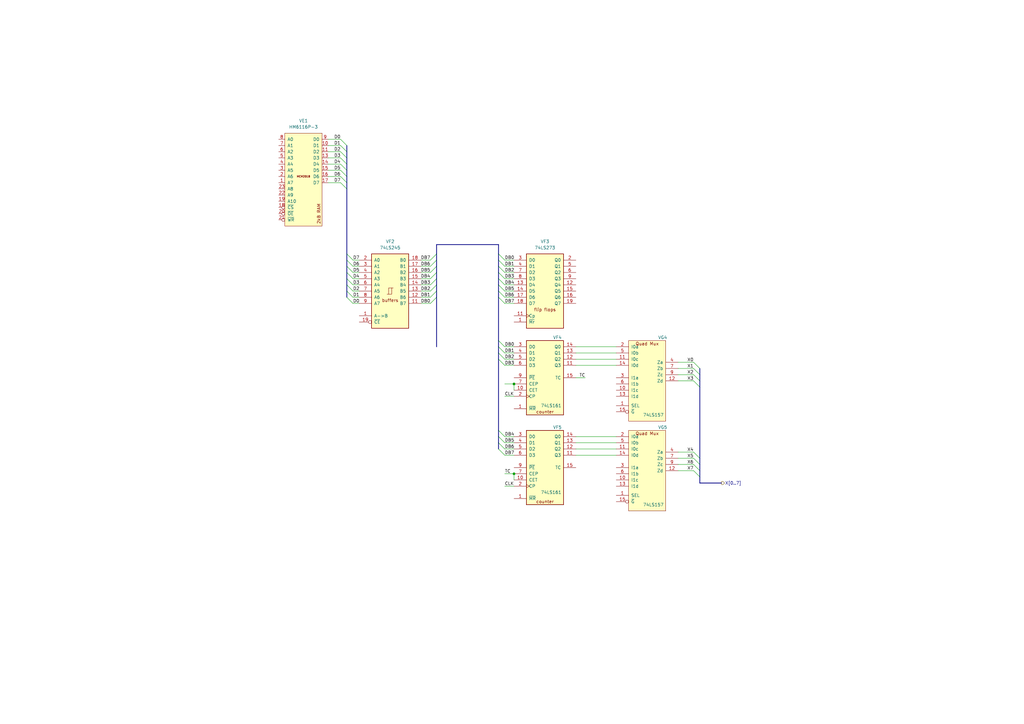
<source format=kicad_sch>
(kicad_sch (version 20231120) (generator "eeschema") (generator_version "8.0")
  (paper "A3")
  (title_block (date "2024-10-12") (company "JOTEGO") (comment 1 "Jose Tejada"))
  (lib_symbols
    (symbol "arcade:HM6116P-3" (pin_names (offset 1.016))
      (property "Reference" "U" (at 0 21.59 0))
      (property "Value" "HM6116P-3" (at 1.27 19.05 0))
      (symbol "HM6116P-3_0_0"
        (text "2kB RAM" (at 6.35 -15.24 900) (effects (font (size 1.27 1.27))))
        (text "MCM2018" (at 0 0 0) (effects (font (size 0.762 0.762))))
      )
      (symbol "HM6116P-3_0_1"
        (rectangle (start -7.62 17.78) (end 7.62 -20.32) (fill (type background)))
      )
      (symbol "HM6116P-3_1_1"
        (pin input line (at -10.16 -2.54 0) (length 2.54) (name "A7") (number "1"))
        (pin tri_state line (at 10.16 12.7 180) (length 2.54) (name "D1") (number "10"))
        (pin tri_state line (at 10.16 10.16 180) (length 2.54) (name "D2") (number "11"))
        (pin power_in line (at 0 -20.32 90) (length 5.08) hide (name "VSS") (number "12"))
        (pin tri_state line (at 10.16 7.62 180) (length 2.54) (name "D3") (number "13"))
        (pin tri_state line (at 10.16 5.08 180) (length 2.54) (name "D4") (number "14"))
        (pin tri_state line (at 10.16 2.54 180) (length 2.54) (name "D5") (number "15"))
        (pin tri_state line (at 10.16 0 180) (length 2.54) (name "D6") (number "16"))
        (pin tri_state line (at 10.16 -2.54 180) (length 2.54) (name "D7") (number "17"))
        (pin input inverted (at -10.16 -12.7 0) (length 2.54) (name "~{CS}") (number "18"))
        (pin input line (at -10.16 -10.16 0) (length 2.54) (name "A10") (number "19"))
        (pin input line (at -10.16 0 0) (length 2.54) (name "A6") (number "2"))
        (pin input inverted (at -10.16 -15.24 0) (length 2.54) (name "~{OE}") (number "20"))
        (pin input inverted (at -10.16 -17.78 0) (length 2.54) (name "~{WR}") (number "21"))
        (pin input line (at -10.16 -7.62 0) (length 2.54) (name "A9") (number "22"))
        (pin input line (at -10.16 -5.08 0) (length 2.54) (name "A8") (number "23"))
        (pin power_in line (at 0 17.78 270) (length 5.08) hide (name "VCC") (number "24"))
        (pin input line (at -10.16 2.54 0) (length 2.54) (name "A5") (number "3"))
        (pin input line (at -10.16 5.08 0) (length 2.54) (name "A4") (number "4"))
        (pin input line (at -10.16 7.62 0) (length 2.54) (name "A3") (number "5"))
        (pin input line (at -10.16 10.16 0) (length 2.54) (name "A2") (number "6"))
        (pin input line (at -10.16 12.7 0) (length 2.54) (name "A1") (number "7"))
        (pin input line (at -10.16 15.24 0) (length 2.54) (name "A0") (number "8"))
        (pin tri_state line (at 10.16 15.24 180) (length 2.54) (name "D0") (number "9"))
      )
    )
    (symbol "jt74:74LS157" (pin_names (offset 1.016))
      (property "Reference" "U" (at 5.08 16.51 0))
      (property "Value" "74LS157" (at 0 -16.51 0))
      (symbol "74LS157_0_0"
        (text "Quad Mux" (at 0 13.97 0) (effects (font (size 1.27 1.27))))
      )
      (symbol "74LS157_1_0"
        (pin input line (at -12.7 -11.43 0) (length 5.08) (name "SEL") (number "1"))
        (pin input line (at -12.7 -5.08 0) (length 5.08) (name "I1c") (number "10"))
        (pin input line (at -12.7 7.62 0) (length 5.08) (name "I0c") (number "11"))
        (pin output line (at 12.7 -1.27 180) (length 5.08) (name "Zd") (number "12"))
        (pin input line (at -12.7 -7.62 0) (length 5.08) (name "I1d") (number "13"))
        (pin input line (at -12.7 5.08 0) (length 5.08) (name "I0d") (number "14"))
        (pin input inverted (at -12.7 -13.97 0) (length 5.08) (name "~{G}") (number "15"))
        (pin input line (at -12.7 12.7 0) (length 5.08) (name "I0a") (number "2"))
        (pin input line (at -12.7 0 0) (length 5.08) (name "I1a") (number "3"))
        (pin output line (at 12.7 6.35 180) (length 5.08) (name "Za") (number "4"))
        (pin input line (at -12.7 10.16 0) (length 5.08) (name "I0b") (number "5"))
        (pin input line (at -12.7 -2.54 0) (length 5.08) (name "I1b") (number "6"))
        (pin output line (at 12.7 3.81 180) (length 5.08) (name "Zb") (number "7"))
        (pin output line (at 12.7 1.27 180) (length 5.08) (name "Zc") (number "9"))
      )
      (symbol "74LS157_1_1"
        (rectangle (start -7.62 15.24) (end 7.62 -17.78) (fill (type background)))
      )
    )
    (symbol "jt74:74LS161" (pin_names (offset 1.016))
      (property "Reference" "U" (at -7.62 16.51 0))
      (property "Value" "74LS161" (at -7.62 -16.51 0))
      (symbol "74LS161_0_0"
        (text "counter" (at 0 -13.97 0) (effects (font (size 1.27 1.27))))
      )
      (symbol "74LS161_0_2"
        (rectangle (start -7.62 15.24) (end 7.62 -15.24) (fill (type background)))
      )
      (symbol "74LS161_1_0"
        (pin input line (at -12.7 -12.7 0) (length 5.08) (name "~{MR}") (number "1"))
        (pin input line (at -12.7 -5.08 0) (length 5.08) (name "CET") (number "10"))
        (pin output line (at 12.7 5.08 180) (length 5.08) (name "Q3") (number "11"))
        (pin output line (at 12.7 7.62 180) (length 5.08) (name "Q2") (number "12"))
        (pin output line (at 12.7 10.16 180) (length 5.08) (name "Q1") (number "13"))
        (pin output line (at 12.7 12.7 180) (length 5.08) (name "Q0") (number "14"))
        (pin output line (at 12.7 0 180) (length 5.08) (name "TC") (number "15"))
        (pin input clock (at -12.7 -7.62 0) (length 5.08) (name "CP") (number "2"))
        (pin input line (at -12.7 12.7 0) (length 5.08) (name "D0") (number "3"))
        (pin input line (at -12.7 10.16 0) (length 5.08) (name "D1") (number "4"))
        (pin input line (at -12.7 7.62 0) (length 5.08) (name "D2") (number "5"))
        (pin input line (at -12.7 5.08 0) (length 5.08) (name "D3") (number "6"))
        (pin input line (at -12.7 -2.54 0) (length 5.08) (name "CEP") (number "7"))
        (pin input line (at -12.7 0 0) (length 5.08) (name "~{PE}") (number "9"))
      )
      (symbol "74LS161_1_1"
        (rectangle (start -7.62 15.24) (end 7.62 -15.24) (stroke (width 0.254)) (fill (type background)))
      )
    )
    (symbol "jt74:74LS245" (pin_names (offset 1.016))
      (property "Reference" "U" (at -7.62 16.51 0))
      (property "Value" "74LS245" (at 2.54 -13.97 0))
      (symbol "74LS245_0_0"
        (text "buffers" (at 0 -3.81 0) (effects (font (size 1.27 1.27))))
      )
      (symbol "74LS245_1_0"
        (polyline (pts (xy -0.635 -1.27) (xy -0.635 1.27) (xy 0.635 1.27)))
        (polyline (pts (xy -1.27 -1.27) (xy 0.635 -1.27) (xy 0.635 1.27) (xy 1.27 1.27)))
        (pin input line (at -12.7 -10.16 0) (length 5.08) (name "A->B") (number "1"))
        (pin tri_state line (at 12.7 -5.08 180) (length 5.08) (name "B7") (number "11"))
        (pin tri_state line (at 12.7 -2.54 180) (length 5.08) (name "B6") (number "12"))
        (pin tri_state line (at 12.7 0 180) (length 5.08) (name "B5") (number "13"))
        (pin tri_state line (at 12.7 2.54 180) (length 5.08) (name "B4") (number "14"))
        (pin tri_state line (at 12.7 5.08 180) (length 5.08) (name "B3") (number "15"))
        (pin tri_state line (at 12.7 7.62 180) (length 5.08) (name "B2") (number "16"))
        (pin tri_state line (at 12.7 10.16 180) (length 5.08) (name "B1") (number "17"))
        (pin tri_state line (at 12.7 12.7 180) (length 5.08) (name "B0") (number "18"))
        (pin input inverted (at -12.7 -12.7 0) (length 5.08) (name "~{CE}") (number "19"))
        (pin tri_state line (at -12.7 12.7 0) (length 5.08) (name "A0") (number "2"))
        (pin tri_state line (at -12.7 10.16 0) (length 5.08) (name "A1") (number "3"))
        (pin tri_state line (at -12.7 7.62 0) (length 5.08) (name "A2") (number "4"))
        (pin tri_state line (at -12.7 5.08 0) (length 5.08) (name "A3") (number "5"))
        (pin tri_state line (at -12.7 2.54 0) (length 5.08) (name "A4") (number "6"))
        (pin tri_state line (at -12.7 0 0) (length 5.08) (name "A5") (number "7"))
        (pin tri_state line (at -12.7 -2.54 0) (length 5.08) (name "A6") (number "8"))
        (pin tri_state line (at -12.7 -5.08 0) (length 5.08) (name "A7") (number "9"))
      )
      (symbol "74LS245_1_1"
        (rectangle (start -7.62 15.24) (end 7.62 -15.24) (stroke (width 0.254)) (fill (type background)))
      )
    )
    (symbol "jt74:74LS273" (pin_names (offset 1.016))
      (property "Reference" "U" (at 0 2.54 0))
      (property "Value" "74LS273" (at 2.54 -13.97 0))
      (symbol "74LS273_0_0"
        (text "flip flops" (at 0 -7.62 0) (effects (font (size 1.27 1.27))))
      )
      (symbol "74LS273_1_0"
        (pin input line (at -12.7 -12.7 0) (length 5.08) (name "~{Mr}") (number "1"))
        (pin input clock (at -12.7 -10.16 0) (length 5.08) (name "Cp") (number "11"))
        (pin output line (at 12.7 2.54 180) (length 5.08) (name "Q4") (number "12"))
        (pin input line (at -12.7 2.54 0) (length 5.08) (name "D4") (number "13"))
        (pin input line (at -12.7 0 0) (length 5.08) (name "D5") (number "14"))
        (pin output line (at 12.7 0 180) (length 5.08) (name "Q5") (number "15"))
        (pin output line (at 12.7 -2.54 180) (length 5.08) (name "Q6") (number "16"))
        (pin input line (at -12.7 -2.54 0) (length 5.08) (name "D6") (number "17"))
        (pin input line (at -12.7 -5.08 0) (length 5.08) (name "D7") (number "18"))
        (pin output line (at 12.7 -5.08 180) (length 5.08) (name "Q7") (number "19"))
        (pin output line (at 12.7 12.7 180) (length 5.08) (name "Q0") (number "2"))
        (pin input line (at -12.7 12.7 0) (length 5.08) (name "D0") (number "3"))
        (pin input line (at -12.7 10.16 0) (length 5.08) (name "D1") (number "4"))
        (pin output line (at 12.7 10.16 180) (length 5.08) (name "Q1") (number "5"))
        (pin output line (at 12.7 7.62 180) (length 5.08) (name "Q2") (number "6"))
        (pin input line (at -12.7 7.62 0) (length 5.08) (name "D2") (number "7"))
        (pin input line (at -12.7 5.08 0) (length 5.08) (name "D3") (number "8"))
        (pin output line (at 12.7 5.08 180) (length 5.08) (name "Q3") (number "9"))
      )
      (symbol "74LS273_1_1"
        (rectangle (start -7.62 15.24) (end 7.62 -15.24) (stroke (width 0.254)) (fill (type background)))
      )
    )
  )
  (junction (at 210.82 194.31))
  (junction (at 210.82 157.48))
  (bus_entry (at 179.07 119.38) (size -2.54 2.54))
  (bus_entry (at 284.48 190.5) (size 2.54 2.54))
  (bus_entry (at 204.47 181.61) (size 2.54 2.54))
  (bus_entry (at 284.48 156.21) (size 2.54 2.54))
  (bus_entry (at 139.7 67.31) (size 2.54 2.54))
  (bus_entry (at 204.47 139.7) (size 2.54 2.54))
  (bus_entry (at 204.47 147.32) (size 2.54 2.54))
  (bus_entry (at 284.48 148.59) (size 2.54 2.54))
  (bus_entry (at 204.47 109.22) (size 2.54 2.54))
  (bus_entry (at 204.47 119.38) (size 2.54 2.54))
  (bus_entry (at 139.7 74.93) (size 2.54 2.54))
  (bus_entry (at 139.7 69.85) (size 2.54 2.54))
  (bus_entry (at 144.78 124.46) (size -2.54 -2.54))
  (bus_entry (at 139.7 59.69) (size 2.54 2.54))
  (bus_entry (at 144.78 111.76) (size -2.54 -2.54))
  (bus_entry (at 139.7 57.15) (size 2.54 2.54))
  (bus_entry (at 284.48 151.13) (size 2.54 2.54))
  (bus_entry (at 179.07 114.3) (size -2.54 2.54))
  (bus_entry (at 204.47 106.68) (size 2.54 2.54))
  (bus_entry (at 144.78 114.3) (size -2.54 -2.54))
  (bus_entry (at 179.07 116.84) (size -2.54 2.54))
  (bus_entry (at 204.47 114.3) (size 2.54 2.54))
  (bus_entry (at 179.07 109.22) (size -2.54 2.54))
  (bus_entry (at 204.47 111.76) (size 2.54 2.54))
  (bus_entry (at 204.47 176.53) (size 2.54 2.54))
  (bus_entry (at 204.47 179.07) (size 2.54 2.54))
  (bus_entry (at 204.47 142.24) (size 2.54 2.54))
  (bus_entry (at 204.47 104.14) (size 2.54 2.54))
  (bus_entry (at 179.07 111.76) (size -2.54 2.54))
  (bus_entry (at 204.47 121.92) (size 2.54 2.54))
  (bus_entry (at 179.07 104.14) (size -2.54 2.54))
  (bus_entry (at 284.48 185.42) (size 2.54 2.54))
  (bus_entry (at 144.78 119.38) (size -2.54 -2.54))
  (bus_entry (at 179.07 106.68) (size -2.54 2.54))
  (bus_entry (at 284.48 153.67) (size 2.54 2.54))
  (bus_entry (at 139.7 64.77) (size 2.54 2.54))
  (bus_entry (at 139.7 62.23) (size 2.54 2.54))
  (bus_entry (at 139.7 72.39) (size 2.54 2.54))
  (bus_entry (at 144.78 116.84) (size -2.54 -2.54))
  (bus_entry (at 204.47 184.15) (size 2.54 2.54))
  (bus_entry (at 204.47 144.78) (size 2.54 2.54))
  (bus_entry (at 284.48 193.04) (size 2.54 2.54))
  (bus_entry (at 144.78 121.92) (size -2.54 -2.54))
  (bus_entry (at 179.07 121.92) (size -2.54 2.54))
  (bus_entry (at 144.78 106.68) (size -2.54 -2.54))
  (bus_entry (at 204.47 116.84) (size 2.54 2.54))
  (bus_entry (at 144.78 109.22) (size -2.54 -2.54))
  (bus_entry (at 284.48 187.96) (size 2.54 2.54))
  (wire (pts (xy 147.32 111.76) (xy 144.78 111.76)))
  (wire (pts (xy 236.22 149.86) (xy 252.73 149.86)))
  (wire (pts (xy 147.32 106.68) (xy 144.78 106.68)))
  (wire (pts (xy 207.01 186.69) (xy 210.82 186.69)))
  (bus (pts (xy 142.24 64.77) (xy 142.24 67.31)))
  (wire (pts (xy 207.01 181.61) (xy 210.82 181.61)))
  (wire (pts (xy 278.13 148.59) (xy 284.48 148.59)))
  (wire (pts (xy 207.01 109.22) (xy 210.82 109.22)))
  (bus (pts (xy 204.47 104.14) (xy 204.47 100.33)))
  (wire (pts (xy 210.82 196.85) (xy 210.82 194.31)))
  (bus (pts (xy 204.47 116.84) (xy 204.47 114.3)))
  (wire (pts (xy 207.01 147.32) (xy 210.82 147.32)))
  (wire (pts (xy 134.62 57.15) (xy 139.7 57.15)))
  (bus (pts (xy 287.02 190.5) (xy 287.02 193.04)))
  (bus (pts (xy 204.47 111.76) (xy 204.47 109.22)))
  (wire (pts (xy 278.13 151.13) (xy 284.48 151.13)))
  (wire (pts (xy 134.62 69.85) (xy 139.7 69.85)))
  (wire (pts (xy 134.62 64.77) (xy 139.7 64.77)))
  (wire (pts (xy 176.53 111.76) (xy 172.72 111.76)))
  (wire (pts (xy 147.32 109.22) (xy 144.78 109.22)))
  (bus (pts (xy 142.24 69.85) (xy 142.24 72.39)))
  (bus (pts (xy 204.47 114.3) (xy 204.47 111.76)))
  (wire (pts (xy 236.22 144.78) (xy 252.73 144.78)))
  (bus (pts (xy 142.24 116.84) (xy 142.24 119.38)))
  (wire (pts (xy 236.22 181.61) (xy 252.73 181.61)))
  (wire (pts (xy 207.01 194.31) (xy 210.82 194.31)))
  (bus (pts (xy 204.47 106.68) (xy 204.47 104.14)))
  (wire (pts (xy 236.22 142.24) (xy 252.73 142.24)))
  (bus (pts (xy 204.47 139.7) (xy 204.47 142.24)))
  (wire (pts (xy 278.13 156.21) (xy 284.48 156.21)))
  (bus (pts (xy 142.24 74.93) (xy 142.24 77.47)))
  (wire (pts (xy 278.13 185.42) (xy 284.48 185.42)))
  (bus (pts (xy 204.47 184.15) (xy 204.47 181.61)))
  (wire (pts (xy 278.13 153.67) (xy 284.48 153.67)))
  (wire (pts (xy 207.01 111.76) (xy 210.82 111.76)))
  (bus (pts (xy 287.02 156.21) (xy 287.02 158.75)))
  (wire (pts (xy 147.32 121.92) (xy 144.78 121.92)))
  (bus (pts (xy 179.07 106.68) (xy 179.07 104.14)))
  (wire (pts (xy 147.32 116.84) (xy 144.78 116.84)))
  (wire (pts (xy 207.01 142.24) (xy 210.82 142.24)))
  (bus (pts (xy 142.24 119.38) (xy 142.24 121.92)))
  (wire (pts (xy 147.32 119.38) (xy 144.78 119.38)))
  (bus (pts (xy 204.47 144.78) (xy 204.47 142.24)))
  (bus (pts (xy 142.24 109.22) (xy 142.24 111.76)))
  (bus (pts (xy 204.47 121.92) (xy 204.47 139.7)))
  (bus (pts (xy 287.02 158.75) (xy 287.02 187.96)))
  (bus (pts (xy 179.07 121.92) (xy 179.07 119.38)))
  (wire (pts (xy 176.53 106.68) (xy 172.72 106.68)))
  (wire (pts (xy 207.01 162.56) (xy 210.82 162.56)))
  (bus (pts (xy 204.47 119.38) (xy 204.47 116.84)))
  (wire (pts (xy 207.01 114.3) (xy 210.82 114.3)))
  (wire (pts (xy 236.22 184.15) (xy 252.73 184.15)))
  (wire (pts (xy 278.13 190.5) (xy 284.48 190.5)))
  (bus (pts (xy 204.47 147.32) (xy 204.47 144.78)))
  (wire (pts (xy 176.53 114.3) (xy 172.72 114.3)))
  (bus (pts (xy 142.24 72.39) (xy 142.24 74.93)))
  (wire (pts (xy 207.01 144.78) (xy 210.82 144.78)))
  (wire (pts (xy 207.01 184.15) (xy 210.82 184.15)))
  (bus (pts (xy 204.47 109.22) (xy 204.47 106.68)))
  (bus (pts (xy 142.24 106.68) (xy 142.24 109.22)))
  (bus (pts (xy 179.07 111.76) (xy 179.07 109.22)))
  (wire (pts (xy 236.22 186.69) (xy 252.73 186.69)))
  (bus (pts (xy 142.24 67.31) (xy 142.24 69.85)))
  (wire (pts (xy 278.13 187.96) (xy 284.48 187.96)))
  (wire (pts (xy 207.01 179.07) (xy 210.82 179.07)))
  (wire (pts (xy 236.22 179.07) (xy 252.73 179.07)))
  (wire (pts (xy 176.53 119.38) (xy 172.72 119.38)))
  (bus (pts (xy 287.02 187.96) (xy 287.02 190.5)))
  (bus (pts (xy 204.47 147.32) (xy 204.47 176.53)))
  (wire (pts (xy 147.32 114.3) (xy 144.78 114.3)))
  (wire (pts (xy 278.13 193.04) (xy 284.48 193.04)))
  (bus (pts (xy 142.24 62.23) (xy 142.24 64.77)))
  (bus (pts (xy 204.47 176.53) (xy 204.47 179.07)))
  (bus (pts (xy 179.07 119.38) (xy 179.07 116.84)))
  (bus (pts (xy 179.07 142.24) (xy 179.07 121.92)))
  (wire (pts (xy 134.62 62.23) (xy 139.7 62.23)))
  (bus (pts (xy 179.07 100.33) (xy 204.47 100.33)))
  (wire (pts (xy 207.01 124.46) (xy 210.82 124.46)))
  (wire (pts (xy 236.22 147.32) (xy 252.73 147.32)))
  (wire (pts (xy 134.62 67.31) (xy 139.7 67.31)))
  (wire (pts (xy 176.53 116.84) (xy 172.72 116.84)))
  (wire (pts (xy 176.53 121.92) (xy 172.72 121.92)))
  (bus (pts (xy 142.24 114.3) (xy 142.24 116.84)))
  (bus (pts (xy 142.24 77.47) (xy 142.24 104.14)))
  (bus (pts (xy 287.02 153.67) (xy 287.02 156.21)))
  (wire (pts (xy 207.01 116.84) (xy 210.82 116.84)))
  (bus (pts (xy 204.47 121.92) (xy 204.47 119.38)))
  (bus (pts (xy 179.07 104.14) (xy 179.07 100.33)))
  (bus (pts (xy 142.24 111.76) (xy 142.24 114.3)))
  (wire (pts (xy 207.01 121.92) (xy 210.82 121.92)))
  (wire (pts (xy 176.53 124.46) (xy 172.72 124.46)))
  (wire (pts (xy 236.22 154.94) (xy 240.03 154.94)))
  (bus (pts (xy 287.02 193.04) (xy 287.02 195.58)))
  (wire (pts (xy 207.01 199.39) (xy 210.82 199.39)))
  (bus (pts (xy 204.47 181.61) (xy 204.47 179.07)))
  (wire (pts (xy 210.82 160.02) (xy 210.82 157.48)))
  (bus (pts (xy 142.24 59.69) (xy 142.24 62.23)))
  (wire (pts (xy 207.01 149.86) (xy 210.82 149.86)))
  (bus (pts (xy 142.24 104.14) (xy 142.24 106.68)))
  (wire (pts (xy 134.62 72.39) (xy 139.7 72.39)))
  (bus (pts (xy 179.07 116.84) (xy 179.07 114.3)))
  (wire (pts (xy 134.62 74.93) (xy 139.7 74.93)))
  (bus (pts (xy 287.02 195.58) (xy 287.02 198.12)))
  (wire (pts (xy 176.53 109.22) (xy 172.72 109.22)))
  (wire (pts (xy 134.62 59.69) (xy 139.7 59.69)))
  (wire (pts (xy 207.01 119.38) (xy 210.82 119.38)))
  (bus (pts (xy 179.07 114.3) (xy 179.07 111.76)))
  (wire (pts (xy 147.32 124.46) (xy 144.78 124.46)))
  (bus (pts (xy 287.02 151.13) (xy 287.02 153.67)))
  (wire (pts (xy 207.01 157.48) (xy 210.82 157.48)))
  (bus (pts (xy 287.02 198.12) (xy 295.91 198.12)))
  (wire (pts (xy 207.01 106.68) (xy 210.82 106.68)))
  (bus (pts (xy 179.07 109.22) (xy 179.07 106.68)))
  (label "DB5" (at 207.01 119.38 0))
  (label "D2" (at 144.78 119.38 0))
  (label "DB1" (at 207.01 109.22 0))
  (label "DB4" (at 207.01 179.07 0))
  (label "DB3" (at 207.01 114.3 0))
  (label "TC" (at 240.03 154.94 180))
  (label "X7" (at 284.48 193.04 180))
  (label "DB2" (at 207.01 111.76 0))
  (label "DB2" (at 176.53 119.38 180))
  (label "DB0" (at 207.01 142.24 0))
  (label "D6" (at 139.7 72.39 180))
  (label "CLK" (at 207.01 162.56 0))
  (label "DB5" (at 176.53 111.76 180))
  (label "DB7" (at 176.53 106.68 180))
  (label "DB7" (at 207.01 124.46 0))
  (label "D0" (at 139.7 57.15 180))
  (label "D4" (at 144.78 114.3 0))
  (label "D6" (at 144.78 109.22 0))
  (label "X6" (at 284.48 190.5 180))
  (label "X4" (at 284.48 185.42 180))
  (label "DB1" (at 176.53 121.92 180))
  (label "DB6" (at 176.53 109.22 180))
  (label "D1" (at 144.78 121.92 0))
  (label "D3" (at 139.7 64.77 180))
  (label "DB4" (at 207.01 116.84 0))
  (label "DB2" (at 207.01 147.32 0))
  (label "D5" (at 139.7 69.85 180))
  (label "DB4" (at 176.53 114.3 180))
  (label "D5" (at 144.78 111.76 0))
  (label "DB7" (at 207.01 186.69 0))
  (label "X0" (at 284.48 148.59 180))
  (label "TC" (at 207.01 194.31 0))
  (label "D2" (at 139.7 62.23 180))
  (label "CLK" (at 207.01 199.39 0))
  (label "D7" (at 139.7 74.93 180))
  (label "D1" (at 139.7 59.69 180))
  (label "DB6" (at 207.01 121.92 0))
  (label "D0" (at 144.78 124.46 0))
  (label "X2" (at 284.48 153.67 180))
  (label "DB6" (at 207.01 184.15 0))
  (label "X3" (at 284.48 156.21 180))
  (label "DB0" (at 176.53 124.46 180))
  (label "X1" (at 284.48 151.13 180))
  (label "DB5" (at 207.01 181.61 0))
  (label "DB3" (at 176.53 116.84 180))
  (label "X5" (at 284.48 187.96 180))
  (label "DB1" (at 207.01 144.78 0))
  (label "D3" (at 144.78 116.84 0))
  (label "D4" (at 139.7 67.31 180))
  (label "D7" (at 144.78 106.68 0))
  (label "DB0" (at 207.01 106.68 0))
  (label "DB3" (at 207.01 149.86 0))
  (hierarchical_label "X[0..7]" (shape output) (at 295.91 198.12 0))
  (symbol (lib_id "jt74:74LS273") (at 223.52 119.38 0) (unit 1)
    (property "Reference" "VF3" (at 223.52 99.06 0))
    (property "Value" "74LS273" (at 223.52 101.6 0))
    (property "Datasheet" "http://www.ti.com/lit/gpn/sn74LS273" (effects (hide yes)))
    (property "Description" "8-bit D Flip-Flop, reset" (effects (hide yes)))
  )
  (symbol (lib_id "arcade:HM6116P-3") (at 124.46 72.39 0) (unit 1)
    (property "Reference" "VE1" (at 124.46 49.53 0))
    (property "Value" "HM6116P-3" (at 124.46 52.07 0))
    (property "Datasheet" "https://www.alldatasheet.com/datasheet-pdf/pdf/77359/HITACHI/HM6116.html" (effects (hide yes)))
  )
  (symbol (lib_id "jt74:74LS245") (at 160.02 119.38 0) (unit 1)
    (property "Reference" "VF2" (at 160.02 99.06 0))
    (property "Value" "74LS245" (at 160.02 101.6 0))
    (property "Datasheet" "http://www.ti.com/lit/gpn/sn74LS245" (effects (hide yes)))
    (property "Description" "Octal BUS Transceivers, 3-State outputs" (effects (hide yes)))
  )
  (symbol (lib_id "jt74:74LS157") (at 265.43 154.94 0) (unit 1)
    (property "Reference" "VG4" (at 271.78 138.43 0))
    (property "Value" "74LS157" (at 267.97 170.18 0))
    (property "Datasheet" "https://www.alldatasheet.com/datasheet-pdf/pdf/27402/TI/74LS157.html" (effects (hide yes)))
    (property "Description" "Quad 2 to 1 line Multiplexer" (effects (hide yes)))
  )
  (symbol (lib_id "jt74:74LS157") (at 265.43 191.77 0) (unit 1)
    (property "Reference" "VG5" (at 271.78 175.26 0))
    (property "Value" "74LS157" (at 267.97 207.01 0))
    (property "Datasheet" "https://www.alldatasheet.com/datasheet-pdf/pdf/27402/TI/74LS157.html" (effects (hide yes)))
    (property "Description" "Quad 2 to 1 line Multiplexer" (effects (hide yes)))
  )
  (symbol (lib_id "jt74:74LS161") (at 223.52 154.94 0) (unit 1)
    (property "Reference" "VF4" (at 228.6 138.43 0))
    (property "Value" "74LS161" (at 226.06 166.37 0))
    (property "Datasheet" "http://www.ti.com/lit/gpn/sn74LS161" (effects (hide yes)))
    (property "Description" "Synchronous 4-bit programmable binary Counter" (effects (hide yes)))
  )
  (symbol (lib_id "jt74:74LS161") (at 223.52 191.77 0) (unit 1)
    (property "Reference" "VF5" (at 228.6 175.26 0))
    (property "Value" "74LS161" (at 226.06 201.93 0))
    (property "Datasheet" "http://www.ti.com/lit/gpn/sn74LS161" (effects (hide yes)))
    (property "Description" "Synchronous 4-bit programmable binary Counter" (effects (hide yes)))
  )
)
</source>
